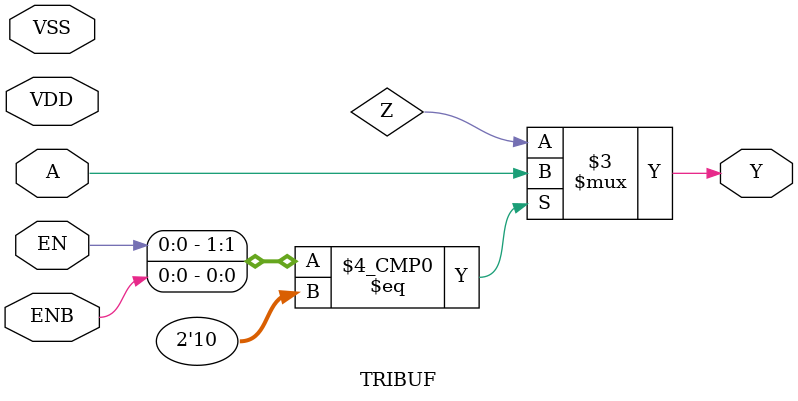
<source format=v>
module TRIBUF(Y, A, EN, ENB, VDD, VSS );
  input A, EN, ENB;
  output Y;
  inout VDD, VSS;

  always
    begin
      case({EN,ENB})
        2'b10 : Y=A;
        default : Y=Z;
      endcase
    end
endmodule

</source>
